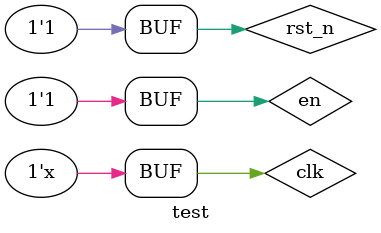
<source format=v>
`timescale 1ns / 1ps


module test();
    reg clk;
    reg en;
    reg rst_n;
    wire led_green;
    wire [3:0]cnt;
    
    counter test(
    .clk(clk),
    .rst_n(rst_n),
    .en(en),
    .led_green(led_green),
    .cnt(cnt)
    );
    
    initial
    begin
        clk = 0;
        en = 0;
        rst_n = 1; 
        #10;
        rst_n = 0;
        #10;
        rst_n = 1;
        en = 1;
    end
    
    always #10 clk =~ clk;
endmodule

</source>
